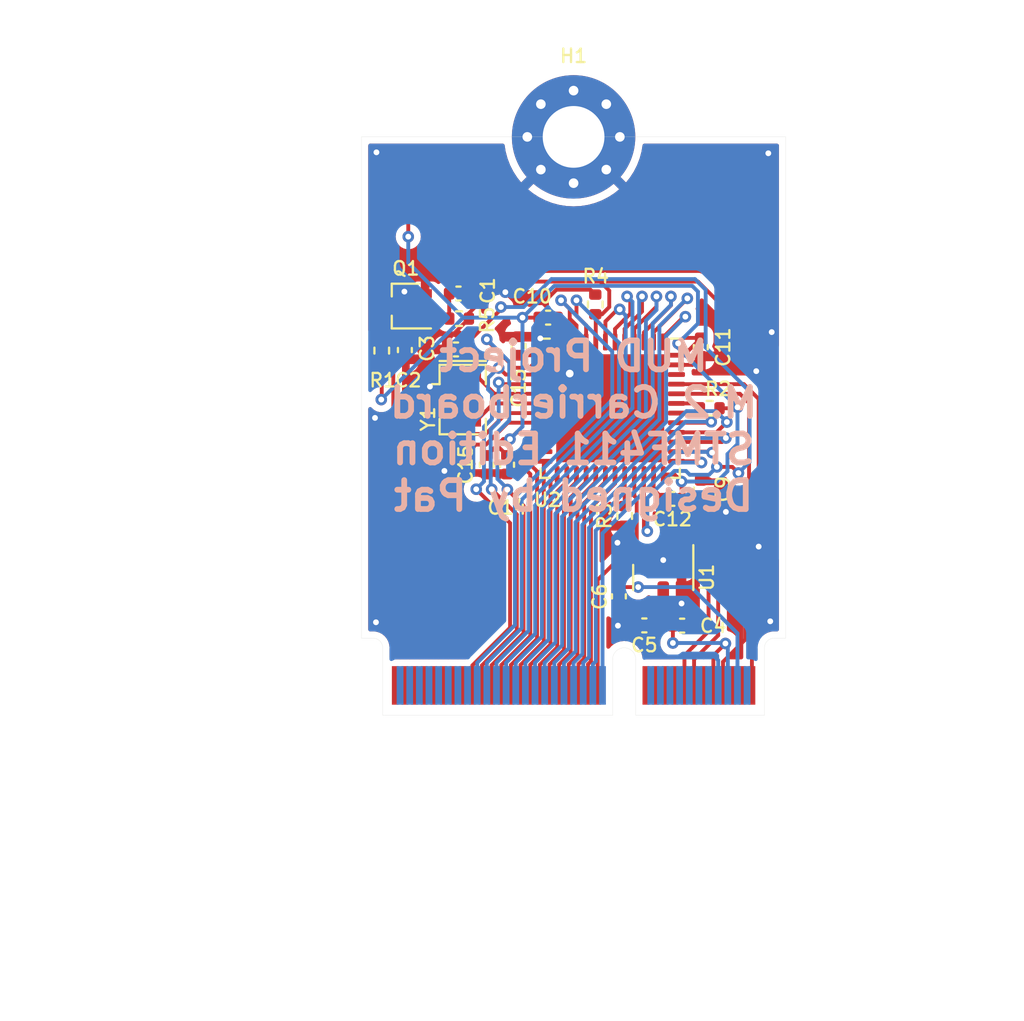
<source format=kicad_pcb>
(kicad_pcb (version 20211014) (generator pcbnew)
  (layers (0 "F.Cu" signal) (31 "B.Cu" signal) (34 "B.Paste" user) (35 "F.Paste" user) (36 "B.SilkS" user "B.Silkscreen") (37 "F.SilkS" user "F.Silkscreen") (38 "B.Mask" user) (39 "F.Mask" user) (44 "Edge.Cuts" user))
  (net 0 "")
  (net 1 "Net-(C1-Pad1)")
  (net 2 "BOOT0")
  (net 3 "GND")
  (net 4 "RES")
  (net 5 "/vcap")
  (net 6 "+5V")
  (net 7 "+3V3")
  (net 9 "USB-D+")
  (net 10 "USB-D-")
  (net 12 "PA10")
  (net 13 "BOOT1")
  (net 14 "/osc_in")
  (net 15 "/osc_out")
  (net 16 "/DO NOT USE A9")
  (net 17 "PC13")
  (net 18 "PC14")
  (net 19 "PC15")
  (net 20 "PA0")
  (net 21 "PA1")
  (net 22 "PA2")
  (net 23 "PA3")
  (net 24 "PA4")
  (net 25 "PA5")
  (net 26 "PA6")
  (net 27 "PA7")
  (net 28 "PB0")
  (net 29 "PB1")
  (net 30 "PB10")
  (net 31 "PB12")
  (net 32 "PB13")
  (net 33 "PB14")
  (net 34 "PB15")
  (net 35 "PA8")
  (net 36 "PA15")
  (net 37 "PB3")
  (net 38 "PB4")
  (net 39 "PB5")
  (net 40 "PB6")
  (net 41 "PB7")
  (net 42 "PB8")
  (net 43 "PB9")
  (net 65 "PA13")
  (net 66 "PA14")
  (footprint "Package_TO_SOT_SMD:SOT-323_SC-70" (layer "F.Cu") (at 2.3 8.775 180)
    (fp_text reference "Q1")
    (fp_text value "2N7002")
  )
  (footprint "Resistor_SMD:R_0402_1005Metric" (layer "F.Cu") (at 1.049999 11.085 90)
    (fp_text reference "R1")
    (fp_text value "10k")
  )
  (footprint "Capacitor_SMD:C_0402_1005Metric" (layer "F.Cu") (at 6.5 17.005001 -90)
    (fp_text reference "C15")
    (fp_text value "100nF")
  )
  (footprint "Capacitor_SMD:C_0402_1005Metric" (layer "F.Cu") (at 17.6 18.295 90)
    (fp_text reference locked "C9")
    (fp_text value "4.7uF")
  )
  (footprint "Resistor_SMD:R_0402_1005Metric" (layer "F.Cu") (at 5.06 9.425)
    (fp_text reference "R5")
    (fp_text value "100k")
  )
  (footprint "Capacitor_SMD:C_0402_1005Metric" (layer "F.Cu") (at 14.67 25.3375 180)
    (fp_text reference "C5")
    (fp_text value "1uF")
  )
  (footprint "m2ngff:m2-padKeyE" (layer "F.Cu") (at 11 30)
    (fp_text reference "M1" hide)
    (fp_text value "M.2_Key_E")
    (fp_line (start 9.9 0) (end 9.9 -3.5) (layer "Edge.Cuts") (width 0.01))
    (fp_line (start -11 -4) (end -10.4 -4) (layer "Edge.Cuts") (width 0.01))
    (fp_line (start -9.9 0) (end -9.9 -3.5) (layer "Edge.Cuts") (width 0.01))
    (fp_line (start 9.9 0) (end 3.225 0) (layer "Edge.Cuts") (width 0.01))
    (fp_line (start 3.225 0) (end 3.225 -2.9) (layer "Edge.Cuts") (width 0.01))
    (fp_line (start 2.025 0) (end 2.025 -2.9) (layer "Edge.Cuts") (width 0.01))
    (fp_line (start -9.9 0) (end 2.025 0) (layer "Edge.Cuts") (width 0.01))
    (fp_line (start 11 -4) (end 10.4 -4) (layer "Edge.Cuts") (width 0.01))
    (fp_arc (start 2.025 -2.9) (mid 2.625 -3.5) (end 3.225 -2.9) (layer "Edge.Cuts") (width 0.01))
    (fp_arc (start -10.4 -4) (mid -10.046447 -3.853553) (end -9.9 -3.5) (layer "Edge.Cuts") (width 0.01))
    (fp_arc (start 9.9 -3.5) (mid 10.046447 -3.853553) (end 10.4 -4) (layer "Edge.Cuts") (width 0.01))
  )
  (footprint "LogoSmall:tt_4mm" (layer "F.Cu") (at 18.5 3.5)
    (fp_text reference "L1" hide)
    (fp_text value "TapTap Logo" hide)
  )
  (footprint "Capacitor_SMD:C_0402_1005Metric" (layer "F.Cu") (at 5.03 8.125)
    (fp_text reference "C1")
    (fp_text value "4.7uF")
  )
  (footprint "Capacitor_SMD:C_0402_1005Metric" (layer "F.Cu") (at 8.15 10.845 90)
    (fp_text reference "C13")
    (fp_text value "100nF")
  )
  (footprint "Resistor_SMD:R_0402_1005Metric" (layer "F.Cu") (at 13.649999 19.66 -90)
    (fp_text reference "R3")
    (fp_text value "10k")
  )
  (footprint "Capacitor_SMD:C_0402_1005Metric" (layer "F.Cu") (at 13.35 23.83 -90)
    (fp_text reference "C6")
    (fp_text value "1uF")
  )
  (footprint "Capacitor_SMD:C_0402_1005Metric" (layer "F.Cu") (at 9.679999 9.375)
    (fp_text reference "C10")
    (fp_text value "100nF")
  )
  (footprint "Capacitor_SMD:C_0402_1005Metric" (layer "F.Cu") (at 17.599999 10.905 -90)
    (fp_text reference "C11")
    (fp_text value "100nF")
  )
  (footprint "Package_DFN_QFN:QFN-48-1EP_7x7mm_P0.5mm_EP5.6x5.6mm" (layer "F.Cu") (at 12.9 14.075)
    (fp_text reference "U2")
    (fp_text value "STM32F411CCUx")
  )
  (footprint "Crystal:Resonator_SMD_Murata_CSTxExxV-3Pin_3.0x1.1mm" (layer "F.Cu") (at 5.25 13.625 -90)
    (fp_text reference "Y1")
    (fp_text value "16 MHz")
  )
  (footprint "Capacitor_SMD:C_0402_1005Metric" (layer "F.Cu") (at 7.55 17.005 -90)
    (fp_text reference "C14")
    (fp_text value "1uF")
  )
  (footprint "Capacitor_SMD:C_0402_1005Metric" (layer "F.Cu") (at 4.9 11.025 180)
    (fp_text reference "C3")
    (fp_text value "4.7uF")
  )
  (footprint "Resistor_SMD:R_0402_1005Metric" (layer "F.Cu") (at 18.06 14.075 180)
    (fp_text reference "R2")
    (fp_text value "100k")
  )
  (footprint "Capacitor_SMD:C_0402_1005Metric" (layer "F.Cu") (at 16.12 18.775 180)
    (fp_text reference "C12")
    (fp_text value "100nF")
  )
  (footprint "MountingHole:MountingHole_3.2mm_M3_Pad_Via" (layer "F.Cu") (at 11 0)
    (fp_text reference "H1")
    (fp_text value "MountingHole_Pad")
  )
  (footprint "Capacitor_SMD:C_0402_1005Metric" (layer "F.Cu") (at 2.25 11.055 90)
    (fp_text reference "C2")
    (fp_text value "470nF")
  )
  (footprint "Resistor_SMD:R_0402_1005Metric" (layer "F.Cu") (at 12.124999 8.69 90)
    (fp_text reference "R4")
    (fp_text value "10k")
  )
  (footprint "LogoSmall:LogoSmall" (layer "F.Cu") (at 3.875 3.5)
    (fp_text reference "SW1" hide)
    (fp_text value "RESET" hide)
  )
  (footprint "Capacitor_SMD:C_0402_1005Metric" (layer "F.Cu") (at 16.63 25.35)
    (fp_text reference "C4")
    (fp_text value "4.7uF")
  )
  (footprint "Package_TO_SOT_SMD:SOT-23" (layer "F.Cu") (at 15.65 22.85 -90)
    (fp_text reference "U1")
    (fp_text value "XC6206P332MR")
  )
  (gr_line locked (start 22 0) (end 0 0) (layer "Edge.Cuts") (width 0.01))
  (gr_line locked (start 22 26) (end 22 0) (layer "Edge.Cuts") (width 0.01))
  (gr_line locked (start 0 26) (end 0 0) (layer "Edge.Cuts") (width 0.01))
  (gr_text "MUD Project\nM.2 Carrierboard\nSTMF411 Edition\nDesigned by Pat" (at 11 15) (layer "B.SilkS") (effects (font (size 1.5 1.5) (thickness 0.3)) (justify mirror)))
  (segment (start 4.55 8.125) (end 4.55 9.425) (width 0.2) (layer "F.Cu") (net 1))
  (segment (start 4.55 9.425) (end 3.3 9.425) (width 0.2) (layer "F.Cu") (net 1))
  (segment (start 4.875 3.6) (end 6.13 4.855) (width 0.2) (layer "F.Cu") (net 2))
  (segment (start 12.85 7.975) (end 12.85 8.825) (width 0.2) (layer "F.Cu") (net 2))
  (segment (start 5.51 8.125) (end 6.13 7.505) (width 0.2) (layer "F.Cu") (net 2))
  (segment (start 12.38 7.505) (end 17.455 7.505) (width 0.2) (layer "F.Cu") (net 2))
  (segment (start 17.455 7.505) (end 21.30002 11.35002) (width 0.2) (layer "F.Cu") (net 2))
  (segment (start 21.30002 21.42498) (end 20.25 22.475) (width 0.2) (layer "F.Cu") (net 2))
  (segment (start 12.85 8.825) (end 12.475 9.2) (width 0.2) (layer "F.Cu") (net 2))
  (segment (start 12.475 9.2) (end 12.124999 9.2) (width 0.2) (layer "F.Cu") (net 2))
  (segment (start 12.149999 10.6375) (end 12.149999 9.2) (width 0.2) (layer "F.Cu") (net 2))
  (segment (start 20.25 22.475) (end 20.25 28.45) (width 0.2) (layer "F.Cu") (net 2))
  (segment (start 6.13 4.855) (end 6.13 7.505) (width 0.2) (layer "F.Cu") (net 2))
  (segment (start 21.30002 11.35002) (end 21.30002 21.42498) (width 0.2) (layer "F.Cu") (net 2))
  (segment (start 12.38 7.505) (end 12.85 7.975) (width 0.2) (layer "F.Cu") (net 2))
  (segment (start 6.13 7.505) (end 12.38 7.505) (width 0.2) (layer "F.Cu") (net 2))
  (segment (start 14.09 26.13) (end 14.09 26.12) (width 0.2) (layer "F.Cu") (net 3))
  (segment (start 17.159999 11.825) (end 16.337499 11.824999) (width 0.2) (layer "F.Cu") (net 3))
  (segment (start 20.65 21.25) (end 20.9505 20.9495) (width 0.2) (layer "F.Cu") (net 3))
  (segment (start 20.6 21.25) (end 20.65 21.25) (width 0.2) (layer "F.Cu") (net 3))
  (segment (start 10.159999 9.375) (end 9.409999 8.625) (width 0.2) (layer "F.Cu") (net 3))
  (segment (start 19.900481 26.074519) (end 19.900481 22.330223) (width 0.2) (layer "F.Cu") (net 3))
  (segment (start 4.42 10.575) (end 5.57 9.425) (width 0.2) (layer "F.Cu") (net 3))
  (segment (start 10.10951 7.925489) (end 9.409999 8.625) (width 0.2) (layer "F.Cu") (net 3))
  (segment (start 17.599999 11.384999) (end 17.159999 11.825) (width 0.2) (layer "F.Cu") (net 3))
  (segment (start 4 12.824022) (end 4.800978 13.625) (width 0.2) (layer "F.Cu") (net 3))
  (segment (start 4.42 11.025) (end 4 11.445) (width 0.2) (layer "F.Cu") (net 3))
  (segment (start 20.9505 12.6255) (end 20.475 12.15) (width 0.2) (layer "F.Cu") (net 3))
  (segment (start 19.900481 22.330223) (end 20.6 21.630704) (width 0.2) (layer "F.Cu") (net 3))
  (segment (start 16.337499 11.824999) (end 15.15 11.825) (width 0.2) (layer "F.Cu") (net 3))
  (segment (start 16.6 24.2) (end 17.11 24.71) (width 0.2) (layer "F.Cu") (net 3))
  (segment (start 20.9505 20.9495) (end 20.9505 12.6255) (width 0.2) (layer "F.Cu") (net 3))
  (segment (start 18.465 17.815) (end 17.6 17.815) (width 0.2) (layer "F.Cu") (net 3))
  (segment (start 17.11 24.71) (end 17.11 25.35) (width 0.2) (layer "F.Cu") (net 3))
  (segment (start 11.870488 7.925489) (end 10.10951 7.925489) (width 0.2) (layer "F.Cu") (net 3))
  (segment (start 16.6 21.9125) (end 16.6 24.2) (width 0.2) (layer "F.Cu") (net 3))
  (segment (start 20.6 21.630704) (end 20.6 21.25) (width 0.2) (layer "F.Cu") (net 3))
  (segment (start 5.57 9.145) (end 5.57 9.425) (width 0.2) (layer "F.Cu") (net 3))
  (segment (start 15.149999 17.5125) (end 15.149999 18.285) (width 0.2) (layer "F.Cu") (net 3))
  (segment (start 15.149999 18.285) (end 15.639998 18.774999) (width 0.2) (layer "F.Cu") (net 3))
  (segment (start 14.09 26.12) (end 13.99 26.02) (width 0.2) (layer "F.Cu") (net 3))
  (segment (start 18.9 19.45) (end 18.9 18.25) (width 0.2) (layer "F.Cu") (net 3))
  (segment (start 8.0305 8.625) (end 7.46 8.0545) (width 0.2) (layer "F.Cu") (net 3))
  (segment (start 4 11.445) (end 4 12.824022) (width 0.2) (layer "F.Cu") (net 3))
  (segment (start 10.25 14.825) (end 9.462499 14.825) (width 0.2) (layer "F.Cu") (net 3))
  (segment (start 15.149999 17.5125) (end 15.15 16.325) (width 0.2) (layer "F.Cu") (net 3))
  (segment (start 8.685 8.625) (end 9.409999 8.625) (width 0.2) (layer "F.Cu") (net 3))
  (segment (start 6.43 8.285) (end 5.57 9.145) (width 0.2) (layer "F.Cu") (net 3))
  (segment (start 9.4625 14.825) (end 7.589296 14.825) (width 0.2) (layer "F.Cu") (net 3))
  (segment (start 13.99 26.02) (end 13.67 26.02) (width 0.2) (layer "F.Cu") (net 3))
  (segment (start 12.124999 8.18) (end 11.870488 7.925489) (width 0.2) (layer "F.Cu") (net 3))
  (segment (start 13.649999 20.675001) (end 13.649999 20.17) (width 0.2) (layer "F.Cu") (net 3))
  (segment (start 6.454296 15.96) (end 5.72 15.96) (width 0.2) (layer "F.Cu") (net 3))
  (segment (start 18.75 27.225) (end 19.900481 26.074519) (width 0.2) (layer "F.Cu") (net 3))
  (segment (start 8.0305 8.625) (end 8.685 8.625) (width 0.2) (layer "F.Cu") (net 3))
  (segment (start 4.42 11.025) (end 4.42 10.575) (width 0.2) (layer "F.Cu") (net 3))
  (segment (start 18.9 18.25) (end 18.465 17.815) (width 0.2) (layer "F.Cu") (net 3))
  (segment (start 7.589296 14.825) (end 6.454296 15.96) (width 0.2) (layer "F.Cu") (net 3))
  (segment (start 13.275 21.05) (end 13.649999 20.675001) (width 0.2) (layer "F.Cu") (net 3))
  (segment (start 10.649999 10.6375) (end 10.649999 9.865) (width 0.2) (layer "F.Cu") (net 3))
  (segment (start 10.649999 10.6375) (end 10.649999 11.825) (width 0.2) (layer "F.Cu") (net 3))
  (segment (start 10.649999 9.865) (end 10.159999 9.375) (width 0.2) (layer "F.Cu") (net 3))
  (segment (start 18.75 28.45) (end 18.75 27.225) (width 0.2) (layer "F.Cu") (net 3))
  (via (at 0.775 0.8) (size 0.6) (drill 0.3) (layers "F.Cu" "B.Cu") (net 3))
  (via (at 0.75 25.175) (size 0.6) (drill 0.3) (layers "F.Cu" "B.Cu") (net 3))
  (via (at 20.6 21.25) (size 0.6) (drill 0.3) (layers "F.Cu" "B.Cu") (net 3))
  (via (at 15.65 21.95) (size 0.6) (drill 0.3) (layers "F.Cu" "B.Cu") (net 3))
  (via (at 0.7 14.575) (size 0.6) (drill 0.3) (layers "F.Cu" "B.Cu") (net 3))
  (via (at 21.275 10.125) (size 0.6) (drill 0.3) (layers "F.Cu" "B.Cu") (net 3))
  (via (at 18.9 19.45) (size 0.6) (drill 0.3) (layers "F.Cu" "B.Cu") (net 3))
  (via (at 21.2 25.125) (size 0.6) (drill 0.3) (layers "F.Cu" "B.Cu") (net 3))
  (via (at 16.6 24.2) (size 0.6) (drill 0.3) (layers "F.Cu" "B.Cu") (net 3))
  (via (at 4.3 17.325) (size 0.6) (drill 0.3) (layers "F.Cu" "B.Cu") (net 3))
  (via (at 7.46 8.0545) (size 0.6) (drill 0.3) (layers "F.Cu" "B.Cu") (net 3))
  (via (at 13.275 21.05) (size 0.6) (drill 0.3) (layers "F.Cu" "B.Cu") (net 3))
  (via (at 2.225 8.025) (size 0.6) (drill 0.3) (layers "F.Cu" "B.Cu") (net 3))
  (via (at 21.1 0.85) (size 0.6) (drill 0.3) (layers "F.Cu" "B.Cu") (net 3))
  (via (at 10.8 12.275) (size 0.8) (drill 0.4) (layers "F.Cu" "B.Cu") (net 3))
  (via (at 9.275 10.45) (size 0.6) (drill 0.3) (layers "F.Cu" "B.Cu") (net 3))
  (via (at 13.3 25.35) (size 0.6) (drill 0.3) (layers "F.Cu" "B.Cu") (net 3))
  (via (at 3.55 12.95) (size 0.6) (drill 0.3) (layers "F.Cu" "B.Cu") (net 3))
  (via (at 20.475 12.15) (size 0.6) (drill 0.3) (layers "F.Cu" "B.Cu") (net 3))
  (segment (start 18.3 26.95) (end 15.7 26.95) (width 0.2) (layer "B.Cu") (net 3))
  (segment (start 18.5 27.15) (end 18.3 26.95) (width 0.2) (layer "B.Cu") (net 3))
  (segment (start 15.7 26.95) (end 15.625 26.875) (width 0.2) (layer "B.Cu") (net 3))
  (segment (start 18.5 28.45) (end 18.5 27.15) (width 0.2) (layer "B.Cu") (net 3))
  (segment (start 2.885 15.41) (end 6.44 15.41) (width 0.2) (layer "F.Cu") (net 4))
  (segment (start 1.649999 9.974999) (end 1.3 9.625) (width 0.2) (layer "F.Cu") (net 4))
  (segment (start 1.649999 9.974999) (end 1.049998 10.575) (width 0.2) (layer "F.Cu") (net 4))
  (segment (start 6.44 15.41) (end 7.525 14.325) (width 0.2) (layer "F.Cu") (net 4))
  (segment (start 7.525 14.325) (end 9.4625 14.325) (width 0.2) (layer "F.Cu") (net 4))
  (segment (start 1.649999 9.974999) (end 1.649999 14.174999) (width 0.2) (layer "F.Cu") (net 4))
  (segment (start 1.3 9.625) (end 1.3 8.775) (width 0.2) (layer "F.Cu") (net 4))
  (segment (start 1.649999 14.174999) (end 2.885 15.41) (width 0.2) (layer "F.Cu") (net 4))
  (segment (start 1.649999 9.974999) (end 2.25 10.575) (width 0.2) (layer "F.Cu") (net 4))
  (segment (start 7.23 8.945) (end 7.23 8.825499) (width 0.2) (layer "F.Cu") (net 5))
  (segment (start 19.231944 17.116444) (end 19.5505 17.435) (width 0.2) (layer "F.Cu") (net 5))
  (segment (start 18.431444 17.116444) (end 19.231944 17.116444) (width 0.2) (layer "F.Cu") (net 5))
  (segment (start 5.38 11.025) (end 5.38 10.795) (width 0.2) (layer "F.Cu") (net 5))
  (segment (start 14.65 20.2755) (end 14.65 17.5125) (width 0.2) (layer "F.Cu") (net 5))
  (segment (start 5.38 10.795) (end 7.23 8.945) (width 0.2) (layer "F.Cu") (net 5))
  (segment (start 14.8245 20.45) (end 14.65 20.2755) (width 0.2) (layer "F.Cu") (net 5))
  (via (at 18.431444 17.116444) (size 0.6) (drill 0.3) (layers "F.Cu" "B.Cu") (net 5))
  (via (at 7.23 8.825499) (size 0.6) (drill 0.3) (layers "F.Cu" "B.Cu") (net 5))
  (via (at 14.8245 20.45) (size 0.6) (drill 0.3) (layers "F.Cu" "B.Cu") (net 5))
  (via (at 19.5505 17.435) (size 0.6) (drill 0.3) (layers "F.Cu" "B.Cu") (net 5))
  (segment (start 14.8245 20.45) (end 14.8245 18.730501) (width 0.2) (layer "B.Cu") (net 5))
  (segment (start 20.13 16.8555) (end 20.13 13.202874) (width 0.2) (layer "B.Cu") (net 5))
  (segment (start 17.295264 7.375969) (end 9.854733 7.37597) (width 0.2) (layer "B.Cu") (net 5))
  (segment (start 19.5505 17.435) (end 20.13 16.8555) (width 0.2) (layer "B.Cu") (net 5))
  (segment (start 18.022408 17.52548) (end 18.431444 17.116444) (width 0.2) (layer "B.Cu") (net 5))
  (segment (start 17.85 10.922874) (end 17.85 7.930705) (width 0.2) (layer "B.Cu") (net 5))
  (segment (start 17.85 7.930705) (end 17.295264 7.375969) (width 0.2) (layer "B.Cu") (net 5))
  (segment (start 14.8245 18.730501) (end 16.229512 17.325489) (width 0.2) (layer "B.Cu") (net 5))
  (segment (start 8.405204 8.825499) (end 7.23 8.825499) (width 0.2) (layer "B.Cu") (net 5))
  (segment (start 16.229512 17.325489) (end 16.827616 17.325489) (width 0.2) (layer "B.Cu") (net 5))
  (segment (start 16.827616 17.325489) (end 17.027607 17.52548) (width 0.2) (layer "B.Cu") (net 5))
  (segment (start 9.854733 7.37597) (end 8.405204 8.825499) (width 0.2) (layer "B.Cu") (net 5))
  (segment (start 17.027607 17.52548) (end 18.022408 17.52548) (width 0.2) (layer "B.Cu") (net 5))
  (segment (start 20.13 13.202874) (end 17.85 10.922874) (width 0.2) (layer "B.Cu") (net 5))
  (segment (start 16.15 26.25) (end 16.15 25.35) (width 0.2) (layer "F.Cu") (net 6))
  (segment (start 15.65 23.7875) (end 15.65 24.8375) (width 0.2) (layer "F.Cu") (net 6))
  (segment (start 18.875 26.275) (end 18.25 26.9) (width 0.2) (layer "F.Cu") (net 6))
  (segment (start 15.15 25.3375) (end 15.65 24.8375) (width 0.2) (layer "F.Cu") (net 6))
  (segment (start 16.15 25.35) (end 15.1625 25.35) (width 0.2) (layer "F.Cu") (net 6))
  (segment (start 18.25 26.9) (end 18.25 28.45) (width 0.2) (layer "F.Cu") (net 6))
  (via (at 16.15 26.25) (size 0.6) (drill 0.3) (layers "F.Cu" "B.Cu") (net 6))
  (via (at 18.875 26.275) (size 0.6) (drill 0.3) (layers "F.Cu" "B.Cu") (net 6))
  (segment (start 18.85 26.25) (end 16.15 26.25) (width 0.2) (layer "B.Cu") (net 6))
  (segment (start 18.875 26.275) (end 19 26.4) (width 0.2) (layer "B.Cu") (net 6))
  (segment (start 19 26.4) (end 19 28.45) (width 0.2) (layer "B.Cu") (net 6))
  (segment (start 18.875 26.275) (end 18.85 26.25) (width 0.2) (layer "B.Cu") (net 6))
  (segment (start 18.57 14.075) (end 19.449999 14.075) (width 0.2) (layer "F.Cu") (net 7))
  (segment (start 9.4625 11.325) (end 8.150001 11.325) (width 0.2) (layer "F.Cu") (net 7))
  (segment (start 14.7 21.675) (end 17.6 18.775) (width 0.2) (layer "F.Cu") (net 7))
  (segment (start 16.6 17.875) (end 16.2375 17.5125) (width 0.2) (layer "F.Cu") (net 7))
  (segment (start 16.705 10.425) (end 17.62 10.425) (width 0.2) (layer "F.Cu") (net 7))
  (segment (start 19.449999 14.075) (end 19.499999 14.025) (width 0.2) (layer "F.Cu") (net 7))
  (segment (start 17.6 18.775) (end 16.6 18.775) (width 0.2) (layer "F.Cu") (net 7))
  (segment (start 2.425 3.3) (end 2.425 5.175) (width 0.2) (layer "F.Cu") (net 7))
  (segment (start 7.7 15.675) (end 8.049999 15.325001) (width 0.2) (layer "F.Cu") (net 7))
  (segment (start 1.049999 11.595) (end 1.049999 13.600001) (width 0.2) (layer "F.Cu") (net 7))
  (segment (start 17.62 10.425) (end 16.72 11.325) (width 0.2) (layer "F.Cu") (net 7))
  (segment (start 7.7 15.675) (end 7.35 15.675) (width 0.2) (layer "F.Cu") (net 7))
  (segment (start 10.15 10.6375) (end 9.4625 11.325) (width 0.2) (layer "F.Cu") (net 7))
  (segment (start 8.049999 15.325001) (end 9.462499 15.325001) (width 0.2) (layer "F.Cu") (net 7))
  (segment (start 7.35 15.675) (end 7.025 16) (width 0.2) (layer "F.Cu") (net 7))
  (segment (start 16.599999 18.775) (end 16.6 17.875) (width 0.2) (layer "F.Cu") (net 7))
  (segment (start 9.199999 9.375) (end 10.149999 10.325) (width 0.2) (layer "F.Cu") (net 7))
  (segment (start 16.2375 17.5125) (end 15.649999 17.5125) (width 0.2) (layer "F.Cu") (net 7))
  (segment (start 7.025 16) (end 6.5 16.524999) (width 0.2) (layer "F.Cu") (net 7))
  (segment (start 7.549999 16.525) (end 7.025 16) (width 0.2) (layer "F.Cu") (net 7))
  (segment (start 14.35 23.35) (end 13.35 23.35) (width 0.2) (layer "F.Cu") (net 7))
  (segment (start 1.049999 13.600001) (end 1.025 13.625) (width 0.2) (layer "F.Cu") (net 7))
  (segment (start 9.199999 9.375) (end 8.35 9.374999) (width 0.2) (layer "F.Cu") (net 7))
  (segment (start 16.42 10.71) (end 16.705 10.425) (width 0.2) (layer "F.Cu") (net 7))
  (segment (start 13.35 23.2625) (end 14.7 21.9125) (width 0.2) (layer "F.Cu") (net 7))
  (segment (start 16.72 11.325) (end 16.337499 11.325) (width 0.2) (layer "F.Cu") (net 7))
  (via (at 16.42 10.71) (size 0.6) (drill 0.3) (layers "F.Cu" "B.Cu") (net 7))
  (via (at 19.499999 14.025) (size 0.6) (drill 0.3) (layers "F.Cu" "B.Cu") (net 7))
  (via (at 8.35 9.374999) (size 0.6) (drill 0.3) (layers "F.Cu" "B.Cu") (net 7))
  (via (at 16.6 17.875) (size 0.6) (drill 0.3) (layers "F.Cu" "B.Cu") (net 7))
  (via (at 7.7 15.675) (size 0.6) (drill 0.3) (layers "F.Cu" "B.Cu") (net 7))
  (via (at 1.025 13.625) (size 0.6) (drill 0.3) (layers "F.Cu" "B.Cu") (net 7))
  (via (at 2.425 5.175) (size 0.6) (drill 0.3) (layers "F.Cu" "B.Cu") (net 7))
  (via (at 14.35 23.35) (size 0.6) (drill 0.3) (layers "F.Cu" "B.Cu") (net 7))
  (segment (start 5.275001 9.374999) (end 8.35 9.374999) (width 0.2) (layer "B.Cu") (net 7))
  (segment (start 16.42 10.945001) (end 19.499999 14.025) (width 0.2) (layer "B.Cu") (net 7))
  (segment (start 19.499999 15.935001) (end 18.980955 16.454045) (width 0.2) (layer "B.Cu") (net 7))
  (segment (start 17.150489 7.725489) (end 9.99951 7.725489) (width 0.2) (layer "B.Cu") (net 7))
  (segment (start 18.980955 16.454045) (end 18.980955 17.34406) (width 0.2) (layer "B.Cu") (net 7))
  (segment (start 1.025 13.625) (end 5.275001 9.374999) (width 0.2) (layer "B.Cu") (net 7))
  (segment (start 19.5 25.75) (end 19.5 28.45) (width 0.2) (layer "B.Cu") (net 7))
  (segment (start 17.45 8.025) (end 17.150489 7.725489) (width 0.2) (layer "B.Cu") (net 7))
  (segment (start 18.980955 17.34406) (end 18.450016 17.874999) (width 0.2) (layer "B.Cu") (net 7))
  (segment (start 19.29 25.54) (end 19.5 25.75) (width 0.2) (layer "B.Cu") (net 7))
  (segment (start 2.425 6.524998) (end 5.275001 9.374999) (width 0.2) (layer "B.Cu") (net 7))
  (segment (start 9.99951 7.725489) (end 8.35 9.374999) (width 0.2) (layer "B.Cu") (net 7))
  (segment (start 16.42 10.71) (end 16.42 10.945001) (width 0.2) (layer "B.Cu") (net 7))
  (segment (start 19.499999 14.025) (end 19.499999 15.935001) (width 0.2) (layer "B.Cu") (net 7))
  (segment (start 16.42 10.71) (end 17.45 9.68) (width 0.2) (layer "B.Cu") (net 7))
  (segment (start 8.35 15.025) (end 7.7 15.675) (width 0.2) (layer "B.Cu") (net 7))
  (segment (start 19.29 25.54) (end 17.1 23.35) (width 0.2) (layer "B.Cu") (net 7))
  (segment (start 2.425 5.175) (end 2.425 6.524998) (width 0.2) (layer "B.Cu") (net 7))
  (segment (start 8.35 9.374999) (end 8.35 15.025) (width 0.2) (layer "B.Cu") (net 7))
  (segment (start 17.1 23.35) (end 14.35 23.35) (width 0.2) (layer "B.Cu") (net 7))
  (segment (start 17.45 9.68) (end 17.45 8.025) (width 0.2) (layer "B.Cu") (net 7))
  (segment (start 18.450016 17.874999) (end 16.6 17.875) (width 0.2) (layer "B.Cu") (net 7))
  (segment (start 20.6 20.403554) (end 20.6 13.593108) (width 0.2) (layer "F.Cu") (net 9))
  (segment (start 19.831892 12.825) (end 16.3375 12.825) (width 0.2) (layer "F.Cu") (net 9))
  (segment (start 17.25 28.45) (end 17.25 27.103554) (width 0.2) (layer "F.Cu") (net 9))
  (segment (start 17.25 27.103554) (end 18.5 25.853554) (width 0.2) (layer "F.Cu") (net 9))
  (segment (start 18.5 25.853554) (end 18.5 22.503554) (width 0.2) (layer "F.Cu") (net 9))
  (segment (start 18.5 22.503554) (end 20.6 20.403554) (width 0.2) (layer "F.Cu") (net 9))
  (segment (start 20.6 13.593108) (end 19.831892 12.825) (width 0.2) (layer "F.Cu") (net 9))
  (segment (start 20.1 13.800216) (end 19.624784 13.325) (width 0.2) (layer "F.Cu") (net 10))
  (segment (start 20.1 20.196446) (end 20.1 13.800216) (width 0.2) (layer "F.Cu") (net 10))
  (segment (start 16.75 28.45) (end 16.75 26.896446) (width 0.2) (layer "F.Cu") (net 10))
  (segment (start 19.624784 13.325) (end 16.3375 13.325) (width 0.2) (layer "F.Cu") (net 10))
  (segment (start 16.75 26.896446) (end 18 25.646446) (width 0.2) (layer "F.Cu") (net 10))
  (segment (start 18 22.296446) (end 20.1 20.196446) (width 0.2) (layer "F.Cu") (net 10))
  (segment (start 18 25.646446) (end 18 22.296446) (width 0.2) (layer "F.Cu") (net 10))
  (segment (start 17.55 14.075) (end 17.3 13.825) (width 0.2) (layer "F.Cu") (net 12))
  (segment (start 17.3 13.825) (end 16.337499 13.825) (width 0.2) (layer "F.Cu") (net 12))
  (segment (start 13.649999 19.15) (end 13.649999 17.5125) (width 0.2) (layer "F.Cu") (net 13))
  (segment (start 9.4625 13.325) (end 6.9 13.325) (width 0.2) (layer "F.Cu") (net 14))
  (segment (start 6.9 13.325) (end 6 12.425) (width 0.2) (layer "F.Cu") (net 14))
  (segment (start 5.85 14.825) (end 6.85 13.825) (width 0.2) (layer "F.Cu") (net 15))
  (segment (start 6.85 13.825) (end 9.4625 13.825) (width 0.2) (layer "F.Cu") (net 15))
  (segment (start 8.40528 19.13028) (end 8.40528 25.747025) (width 0.2) (layer "F.Cu") (net 17))
  (segment (start 8.72452 11.97548) (end 8.875 11.825) (width 0.2) (layer "F.Cu") (net 17))
  (segment (start 7.939616 11.97548) (end 8.72452 11.97548) (width 0.2) (layer "F.Cu") (net 17))
  (segment (start 6.75 27.402305) (end 6.75 28.45) (width 0.2) (layer "F.Cu") (net 17))
  (segment (start 6.5 10.535864) (end 7.939616 11.97548) (width 0.2) (layer "F.Cu") (net 17))
  (segment (start 7.562858 18.287858) (end 8.40528 19.13028) (width 0.2) (layer "F.Cu") (net 17))
  (segment (start 8.875 11.825) (end 9.4625 11.825) (width 0.2) (layer "F.Cu") (net 17))
  (segment (start 8.40528 25.747025) (end 6.75 27.402305) (width 0.2) (layer "F.Cu") (net 17))
  (segment (start 6.5 10.5) (end 6.5 10.535864) (width 0.2) (layer "F.Cu") (net 17))
  (via (at 7.566374 18.291374) (size 0.6) (drill 0.3) (layers "F.Cu" "B.Cu") (net 17))
  (via (at 6.5 10.5) (size 0.6) (drill 0.3) (layers "F.Cu" "B.Cu") (net 17))
  (segment (start 7.562858 18.247175) (end 7.562858 18.278765) (width 0.2) (layer "B.Cu") (net 17))
  (segment (start 7.663549 11.663549) (end 7.663549 14.711451) (width 0.2) (layer "B.Cu") (net 17))
  (segment (start 7.05 17.734317) (end 7.562858 18.247175) (width 0.2) (layer "B.Cu") (net 17))
  (segment (start 7.663549 14.711451) (end 7.05 15.325) (width 0.2) (layer "B.Cu") (net 17))
  (segment (start 7.05 15.325) (end 7.05 17.734317) (width 0.2) (layer "B.Cu") (net 17))
  (segment (start 6.5 10.5) (end 7.663549 11.663549) (width 0.2) (layer "B.Cu") (net 17))
  (segment (start 7.478713 12.325) (end 9.4625 12.325) (width 0.2) (layer "F.Cu") (net 18))
  (segment (start 7.70624 25.457473) (end 5.75 27.413713) (width 0.2) (layer "F.Cu") (net 18))
  (segment (start 5.75 27.413713) (end 5.75 28.45) (width 0.2) (layer "F.Cu") (net 18))
  (segment (start 7.141663 11.98795) (end 7.478713 12.325) (width 0.2) (layer "F.Cu") (net 18))
  (segment (start 7.70624 20.03124) (end 7.70624 25.457473) (width 0.2) (layer "F.Cu") (net 18))
  (segment (start 7.114049 11.98795) (end 7.141663 11.98795) (width 0.2) (layer "F.Cu") (net 18))
  (segment (start 5.95 18.275) (end 7.70624 20.03124) (width 0.2) (layer "F.Cu") (net 18))
  (via (at 5.95 18.275) (size 0.6) (drill 0.3) (layers "F.Cu" "B.Cu") (net 18))
  (via (at 7.114049 11.98795) (size 0.6) (drill 0.3) (layers "F.Cu" "B.Cu") (net 18))
  (segment (start 6.350962 17.874038) (end 5.95 18.275) (width 0.2) (layer "B.Cu") (net 18))
  (segment (start 6.764518 13.3) (end 6.764518 14.62189) (width 0.2) (layer "B.Cu") (net 18))
  (segment (start 6.564527 12.509836) (end 6.564527 13.100009) (width 0.2) (layer "B.Cu") (net 18))
  (segment (start 6.564527 13.100009) (end 6.764518 13.3) (width 0.2) (layer "B.Cu") (net 18))
  (segment (start 7.086413 11.98795) (end 6.564527 12.509836) (width 0.2) (layer "B.Cu") (net 18))
  (segment (start 6.764518 14.62189) (end 6.350962 15.035446) (width 0.2) (layer "B.Cu") (net 18))
  (segment (start 7.114049 11.98795) (end 7.086413 11.98795) (width 0.2) (layer "B.Cu") (net 18))
  (segment (start 6.350962 15.035446) (end 6.350962 17.874038) (width 0.2) (layer "B.Cu") (net 18))
  (segment (start 8.05576 25.602249) (end 6.25 27.408009) (width 0.2) (layer "F.Cu") (net 19))
  (segment (start 6.75 18.275) (end 8.05576 19.58076) (width 0.2) (layer "F.Cu") (net 19))
  (segment (start 8.05576 19.58076) (end 8.05576 25.602249) (width 0.2) (layer "F.Cu") (net 19))
  (segment (start 6.25 27.408009) (end 6.25 28.45) (width 0.2) (layer "F.Cu") (net 19))
  (segment (start 7.249985 12.825) (end 9.4625 12.825) (width 0.2) (layer "F.Cu") (net 19))
  (segment (start 7.114038 12.737452) (end 7.162437 12.737452) (width 0.2) (layer "F.Cu") (net 19))
  (segment (start 7.162437 12.737452) (end 7.249985 12.825) (width 0.2) (layer "F.Cu") (net 19))
  (via (at 6.75 18.275) (size 0.6) (drill 0.3) (layers "F.Cu" "B.Cu") (net 19))
  (via (at 7.114038 12.737452) (size 0.6) (drill 0.3) (layers "F.Cu" "B.Cu") (net 19))
  (segment (start 6.70048 15.180224) (end 7.114038 14.766666) (width 0.2) (layer "B.Cu") (net 19))
  (segment (start 6.70048 18.148368) (end 6.70048 15.180224) (width 0.2) (layer "B.Cu") (net 19))
  (segment (start 6.813556 18.261444) (end 6.70048 18.148368) (width 0.2) (layer "B.Cu") (net 19))
  (segment (start 7.114038 14.766666) (end 7.114038 12.737452) (width 0.2) (layer "B.Cu") (net 19))
  (segment (start 9.4625 15.825) (end 8.905705 15.825) (width 0.2) (layer "F.Cu") (net 20))
  (segment (start 7.25 27.396601) (end 7.25 28.45) (width 0.2) (layer "F.Cu") (net 20))
  (segment (start 8.7548 17.490358) (end 8.7548 25.891801) (width 0.2) (layer "F.Cu") (net 20))
  (segment (start 8.425961 17.161519) (end 8.7548 17.490358) (width 0.2) (layer "F.Cu") (net 20))
  (segment (start 8.425961 16.304744) (end 8.425961 17.161519) (width 0.2) (layer "F.Cu") (net 20))
  (segment (start 8.905705 15.825) (end 8.425961 16.304744) (width 0.2) (layer "F.Cu") (net 20))
  (segment (start 8.7548 25.891801) (end 7.25 27.396601) (width 0.2) (layer "F.Cu") (net 20))
  (segment (start 9.025 16.325) (end 9.4625 16.325) (width 0.2) (layer "F.Cu") (net 21))
  (segment (start 8.77548 16.57452) (end 9.025 16.325) (width 0.2) (layer "F.Cu") (net 21))
  (segment (start 9.10432 17.345582) (end 8.77548 17.016742) (width 0.2) (layer "F.Cu") (net 21))
  (segment (start 7.75 27.390897) (end 9.10432 26.036577) (width 0.2) (layer "F.Cu") (net 21))
  (segment (start 9.10432 26.036577) (end 9.10432 17.345582) (width 0.2) (layer "F.Cu") (net 21))
  (segment (start 8.77548 17.016742) (end 8.77548 16.57452) (width 0.2) (layer "F.Cu") (net 21))
  (segment (start 7.75 28.45) (end 7.75 27.390897) (width 0.2) (layer "F.Cu") (net 21))
  (segment (start 8.25 27.385193) (end 9.45384 26.181353) (width 0.2) (layer "F.Cu") (net 22))
  (segment (start 8.25 28.45) (end 8.25 27.385193) (width 0.2) (layer "F.Cu") (net 22))
  (segment (start 9.45384 26.181353) (end 9.45384 16.83366) (width 0.2) (layer "F.Cu") (net 22))
  (segment (start 9.80336 17.85914) (end 9.80336 26.326129) (width 0.2) (layer "F.Cu") (net 23))
  (segment (start 8.75 27.379489) (end 8.75 28.45) (width 0.2) (layer "F.Cu") (net 23))
  (segment (start 10.15 17.5125) (end 9.80336 17.85914) (width 0.2) (layer "F.Cu") (net 23))
  (segment (start 9.80336 26.326129) (end 8.75 27.379489) (width 0.2) (layer "F.Cu") (net 23))
  (segment (start 10.15288 26.470905) (end 9.25 27.373785) (width 0.2) (layer "F.Cu") (net 24))
  (segment (start 10.65 17.891262) (end 10.15288 18.388382) (width 0.2) (layer "F.Cu") (net 24))
  (segment (start 10.65 17.5125) (end 10.65 17.891262) (width 0.2) (layer "F.Cu") (net 24))
  (segment (start 10.15288 18.388382) (end 10.15288 26.470905) (width 0.2) (layer "F.Cu") (net 24))
  (segment (start 9.25 27.373785) (end 9.25 28.45) (width 0.2) (layer "F.Cu") (net 24))
  (segment (start 10.5024 18.538862) (end 10.5024 26.615681) (width 0.2) (layer "F.Cu") (net 25))
  (segment (start 11.15 17.891262) (end 10.5024 18.538862) (width 0.2) (layer "F.Cu") (net 25))
  (segment (start 10.5024 26.615681) (end 9.75 27.368081) (width 0.2) (layer "F.Cu") (net 25))
  (segment (start 11.15 17.5125) (end 11.15 17.891262) (width 0.2) (layer "F.Cu") (net 25))
  (segment (start 9.75 27.368081) (end 9.75 28.45) (width 0.2) (layer "F.Cu") (net 25))
  (segment (start 11.65 17.896966) (end 10.85192 18.695047) (width 0.2) (layer "F.Cu") (net 26))
  (segment (start 10.85192 18.695047) (end 10.85192 26.760457) (width 0.2) (layer "F.Cu") (net 26))
  (segment (start 10.85192 26.760457) (end 10.25 27.362377) (width 0.2) (layer "F.Cu") (net 26))
  (segment (start 11.65 17.5125) (end 11.65 17.896966) (width 0.2) (layer "F.Cu") (net 26))
  (segment (start 10.25 27.362377) (end 10.25 28.45) (width 0.2) (layer "F.Cu") (net 26))
  (segment (start 12.15 17.5125) (end 12.15 17.891262) (width 0.2) (layer "F.Cu") (net 27))
  (segment (start 12.15 17.891262) (end 11.20144 18.839822) (width 0.2) (layer "F.Cu") (net 27))
  (segment (start 10.75 27.356673) (end 10.75 28.45) (width 0.2) (layer "F.Cu") (net 27))
  (segment (start 11.20144 26.905233) (end 10.75 27.356673) (width 0.2) (layer "F.Cu") (net 27))
  (segment (start 11.20144 18.839822) (end 11.20144 26.905233) (width 0.2) (layer "F.Cu") (net 27))
  (segment (start 11.55096 27.050009) (end 11.25 27.350969) (width 0.2) (layer "F.Cu") (net 28))
  (segment (start 11.25 27.350969) (end 11.25 28.45) (width 0.2) (layer "F.Cu") (net 28))
  (segment (start 12.65 17.5125) (end 12.65 17.891262) (width 0.2) (layer "F.Cu") (net 28))
  (segment (start 11.550961 18.990301) (end 11.55096 27.050009) (width 0.2) (layer "F.Cu") (net 28))
  (segment (start 12.65 17.891262) (end 11.550961 18.990301) (width 0.2) (layer "F.Cu") (net 28))
  (segment (start 13.15 17.975) (end 11.90048 19.22452) (width 0.2) (layer "F.Cu") (net 29))
  (segment (start 11.90048 19.22452) (end 11.90048 27.200489) (width 0.2) (layer "F.Cu") (net 29))
  (segment (start 11.90048 27.200489) (end 11.75 27.350969) (width 0.2) (layer "F.Cu") (net 29))
  (segment (start 13.15 17.5125) (end 13.15 17.975) (width 0.2) (layer "F.Cu") (net 29))
  (segment (start 11.75 27.350969) (end 11.75 28.45) (width 0.2) (layer "F.Cu") (net 29))
  (segment (start 12.25 22.975) (end 12.25 28.45) (width 0.2) (layer "F.Cu") (net 30))
  (segment (start 14.15 18.625) (end 14.275 18.75) (width 0.2) (layer "F.Cu") (net 30))
  (segment (start 14.15 17.5125) (end 14.15 18.625) (width 0.2) (layer "F.Cu") (net 30))
  (segment (start 14.275 20.95) (end 12.25 22.975) (width 0.2) (layer "F.Cu") (net 30))
  (segment (start 14.275 18.75) (end 14.275 20.95) (width 0.2) (layer "F.Cu") (net 30))
  (segment (start 17.571053 16.825) (end 16.3375 16.825) (width 0.2) (layer "F.Cu") (net 31))
  (segment (start 17.633836 16.887783) (end 17.571053 16.825) (width 0.2) (layer "F.Cu") (net 31))
  (via (at 17.633836 16.887783) (size 0.6) (drill 0.3) (layers "F.Cu" "B.Cu") (net 31))
  (segment (start 16.172922 16.887783) (end 12.5 20.560705) (width 0.2) (layer "B.Cu") (net 31))
  (segment (start 12.5 20.560705) (end 12.5 28.45) (width 0.2) (layer "B.Cu") (net 31))
  (segment (start 17.633836 16.887783) (end 16.172922 16.887783) (width 0.2) (layer "B.Cu") (net 31))
  (segment (start 18.1305 16.325) (end 16.3375 16.325) (width 0.2) (layer "F.Cu") (net 32))
  (segment (start 18.18 16.3745) (end 18.1305 16.325) (width 0.2) (layer "F.Cu") (net 32))
  (via (at 18.18 16.3745) (size 0.6) (drill 0.3) (layers "F.Cu" "B.Cu") (net 32))
  (segment (start 12 27.350969) (end 12 28.45) (width 0.2) (layer "B.Cu") (net 32))
  (segment (start 18.143772 16.338272) (end 16.228137 16.338272) (width 0.2) (layer "B.Cu") (net 32))
  (segment (start 12.15048 20.415929) (end 12.15048 27.200489) (width 0.2) (layer "B.Cu") (net 32))
  (segment (start 16.228137 16.338272) (end 12.15048 20.415929) (width 0.2) (layer "B.Cu") (net 32))
  (segment (start 12.15048 27.200489) (end 12 27.350969) (width 0.2) (layer "B.Cu") (net 32))
  (segment (start 18.18 16.3745) (end 18.143772 16.338272) (width 0.2) (layer "B.Cu") (net 32))
  (segment (start 18.693055 15.825) (end 16.3375 15.825) (width 0.2) (layer "F.Cu") (net 33))
  (segment (start 18.900226 15.617829) (end 18.693055 15.825) (width 0.2) (layer "F.Cu") (net 33))
  (via (at 18.900226 15.617829) (size 0.6) (drill 0.3) (layers "F.Cu" "B.Cu") (net 33))
  (segment (start 11.80096 26.975018) (end 11.5 27.275978) (width 0.2) (layer "B.Cu") (net 33))
  (segment (start 18.900226 15.617829) (end 16.454284 15.617829) (width 0.2) (layer "B.Cu") (net 33))
  (segment (start 11.80096 20.271154) (end 11.80096 26.975018) (width 0.2) (layer "B.Cu") (net 33))
  (segment (start 11.5 27.275978) (end 11.5 28.45) (width 0.2) (layer "B.Cu") (net 33))
  (segment (start 16.454284 15.617829) (end 11.80096 20.271154) (width 0.2) (layer "B.Cu") (net 33))
  (segment (start 18.950499 14.790444) (end 18.415943 15.325) (width 0.2) (layer "F.Cu") (net 34))
  (segment (start 18.415943 15.325) (end 16.3375 15.325) (width 0.2) (layer "F.Cu") (net 34))
  (via (at 18.950499 14.790444) (size 0.6) (drill 0.3) (layers "F.Cu" "B.Cu") (net 34))
  (segment (start 16.857533 14.225989) (end 18.386044 14.225989) (width 0.2) (layer "B.Cu") (net 34))
  (segment (start 10.5 27.287387) (end 11.10192 26.685467) (width 0.2) (layer "B.Cu") (net 34))
  (segment (start 10.5 28.45) (end 10.5 27.287387) (width 0.2) (layer "B.Cu") (net 34))
  (segment (start 11.10192 26.685467) (end 11.101921 19.981601) (width 0.2) (layer "B.Cu") (net 34))
  (segment (start 18.386044 14.225989) (end 18.950499 14.790444) (width 0.2) (layer "B.Cu") (net 34))
  (segment (start 11.101921 19.981601) (end 16.857533 14.225989) (width 0.2) (layer "B.Cu") (net 34))
  (segment (start 18.139416 14.7755) (end 18.089916 14.825) (width 0.2) (layer "F.Cu") (net 35))
  (segment (start 18.089916 14.825) (end 16.3375 14.825) (width 0.2) (layer "F.Cu") (net 35))
  (via (at 18.139416 14.7755) (size 0.6) (drill 0.3) (layers "F.Cu" "B.Cu") (net 35))
  (segment (start 11 28.45) (end 11 27.281683) (width 0.2) (layer "B.Cu") (net 35))
  (segment (start 11.45144 20.126378) (end 16.802318 14.7755) (width 0.2) (layer "B.Cu") (net 35))
  (segment (start 11 27.281683) (end 11.45144 26.830243) (width 0.2) (layer "B.Cu") (net 35))
  (segment (start 11.45144 26.830243) (end 11.45144 20.126378) (width 0.2) (layer "B.Cu") (net 35))
  (segment (start 16.802318 14.7755) (end 18.139416 14.7755) (width 0.2) (layer "B.Cu") (net 35))
  (segment (start 16.9 8.375) (end 16.9 8.385) (width 0.2) (layer "F.Cu") (net 36))
  (segment (start 15.15 10.135) (end 15.15 10.6375) (width 0.2) (layer "F.Cu") (net 36))
  (segment (start 16.9 8.385) (end 15.15 10.135) (width 0.2) (layer "F.Cu") (net 36))
  (via (at 16.9 8.375) (size 0.6) (drill 0.3) (layers "F.Cu" "B.Cu") (net 36))
  (segment (start 10.402881 19.692051) (end 10.402881 26.373097) (width 0.2) (layer "B.Cu") (net 36))
  (segment (start 15.45048 9.813697) (end 15.450481 14.64445) (width 0.2) (layer "B.Cu") (net 36))
  (segment (start 9.5 27.275978) (end 9.5 28.45) (width 0.2) (layer "B.Cu") (net 36))
  (segment (start 16.9 8.375) (end 16.889177 8.375) (width 0.2) (layer "B.Cu") (net 36))
  (segment (start 10.402881 26.373097) (end 9.5 27.275978) (width 0.2) (layer "B.Cu") (net 36))
  (segment (start 16.889177 8.375) (end 15.45048 9.813697) (width 0.2) (layer "B.Cu") (net 36))
  (segment (start 15.450481 14.64445) (end 10.402881 19.692051) (width 0.2) (layer "B.Cu") (net 36))
  (segment (start 16.048245 8.742459) (end 14.65 10.140704) (width 0.2) (layer "F.Cu") (net 37))
  (segment (start 16.048245 8.275) (end 16.048245 8.742459) (width 0.2) (layer "F.Cu") (net 37))
  (segment (start 14.65 10.140704) (end 14.65 10.6375) (width 0.2) (layer "F.Cu") (net 37))
  (via (at 16.048245 8.275) (size 0.6) (drill 0.3) (layers "F.Cu" "B.Cu") (net 37))
  (segment (start 10.053361 19.547276) (end 10.053361 26.222617) (width 0.2) (layer "B.Cu") (net 37))
  (segment (start 10.053361 26.222617) (end 9 27.275978) (width 0.2) (layer "B.Cu") (net 37))
  (segment (start 15.100961 14.499674) (end 10.053361 19.547276) (width 0.2) (layer "B.Cu") (net 37))
  (segment (start 16.048245 8.721636) (end 15.100961 9.66892) (width 0.2) (layer "B.Cu") (net 37))
  (segment (start 15.100961 9.66892) (end 15.100961 14.499674) (width 0.2) (layer "B.Cu") (net 37))
  (segment (start 9 27.275978) (end 9 28.45) (width 0.2) (layer "B.Cu") (net 37))
  (segment (start 16.048245 8.275) (end 16.048245 8.721636) (width 0.2) (layer "B.Cu") (net 37))
  (segment (start 15.298742 8.801977) (end 14.15 9.950719) (width 0.2) (layer "F.Cu") (net 38))
  (segment (start 14.15 9.950719) (end 14.15 10.6375) (width 0.2) (layer "F.Cu") (net 38))
  (segment (start 15.298742 8.304809) (end 15.298742 8.801977) (width 0.2) (layer "F.Cu") (net 38))
  (via (at 15.298742 8.275) (size 0.6) (drill 0.3) (layers "F.Cu" "B.Cu") (net 38))
  (segment (start 9.703841 26.072137) (end 8.5 27.275978) (width 0.2) (layer "B.Cu") (net 38))
  (segment (start 15.298742 8.976843) (end 14.751441 9.524145) (width 0.2) (layer "B.Cu") (net 38))
  (segment (start 14.751442 14.354897) (end 9.703841 19.402501) (width 0.2) (layer "B.Cu") (net 38))
  (segment (start 15.298742 8.275) (end 15.298742 8.976843) (width 0.2) (layer "B.Cu") (net 38))
  (segment (start 14.751441 9.524145) (end 14.751442 14.354897) (width 0.2) (layer "B.Cu") (net 38))
  (segment (start 9.703841 19.402501) (end 9.703841 26.072137) (width 0.2) (layer "B.Cu") (net 38))
  (segment (start 8.5 27.275978) (end 8.5 28.45) (width 0.2) (layer "B.Cu") (net 38))
  (segment (start 14.549144 9.057279) (end 13.762393 9.84403) (width 0.2) (layer "F.Cu") (net 39))
  (segment (start 13.65 9.955) (end 13.65 10.6375) (width 0.2) (layer "F.Cu") (net 39))
  (segment (start 13.76097 9.84403) (end 13.65 9.955) (width 0.2) (layer "F.Cu") (net 39))
  (segment (start 13.762393 9.84403) (end 13.76097 9.84403) (width 0.2) (layer "F.Cu") (net 39))
  (segment (start 14.549144 8.275) (end 14.549144 9.057279) (width 0.2) (layer "F.Cu") (net 39))
  (via (at 14.549144 8.275) (size 0.6) (drill 0.3) (layers "F.Cu" "B.Cu") (net 39))
  (segment (start 9.354321 25.921657) (end 8 27.275978) (width 0.2) (layer "B.Cu") (net 39))
  (segment (start 9.354321 19.257726) (end 9.354321 25.921657) (width 0.2) (layer "B.Cu") (net 39))
  (segment (start 14.549144 8.275) (end 14.401921 8.422223) (width 0.2) (layer "B.Cu") (net 39))
  (segment (start 14.401922 14.210121) (end 9.354321 19.257726) (width 0.2) (layer "B.Cu") (net 39))
  (segment (start 8 27.275978) (end 8 28.45) (width 0.2) (layer "B.Cu") (net 39))
  (segment (start 14.401921 8.422223) (end 14.401922 14.210121) (width 0.2) (layer "B.Cu") (net 39))
  (segment (start 13.616193 9.494511) (end 13.15 9.960704) (width 0.2) (layer "F.Cu") (net 40))
  (segment (start 13.939511 9.172616) (end 13.617617 9.49451) (width 0.2) (layer "F.Cu") (net 40))
  (segment (start 13.617617 9.49451) (end 13.616193 9.494511) (width 0.2) (layer "F.Cu") (net 40))
  (segment (start 13.939511 8.414044) (end 13.939511 9.172616) (width 0.2) (layer "F.Cu") (net 40))
  (segment (start 13.15 9.960704) (end 13.15 10.6375) (width 0.2) (layer "F.Cu") (net 40))
  (segment (start 13.8004 8.274933) (end 13.939511 8.414044) (width 0.2) (layer "F.Cu") (net 40))
  (via (at 13.775 8.275) (size 0.6) (drill 0.3) (layers "F.Cu" "B.Cu") (net 40))
  (segment (start 9.004801 25.771177) (end 7.5 27.275978) (width 0.2) (layer "B.Cu") (net 40))
  (segment (start 14.052401 14.065346) (end 9.004801 19.112946) (width 0.2) (layer "B.Cu") (net 40))
  (segment (start 14.052401 8.552401) (end 14.052401 14.065346) (width 0.2) (layer "B.Cu") (net 40))
  (segment (start 9.004801 19.112946) (end 9.004801 25.771177) (width 0.2) (layer "B.Cu") (net 40))
  (segment (start 13.775 8.275) (end 14.052401 8.552401) (width 0.2) (layer "B.Cu") (net 40))
  (segment (start 7.5 27.275978) (end 7.5 28.45) (width 0.2) (layer "B.Cu") (net 40))
  (segment (start 13.28 8.945) (end 13.39 8.945) (width 0.2) (layer "F.Cu") (net 41))
  (segment (start 12.65 9.575) (end 13.28 8.945) (width 0.2) (layer "F.Cu") (net 41))
  (segment (start 12.65 10.6375) (end 12.65 9.575) (width 0.2) (layer "F.Cu") (net 41))
  (via (at 13.39 8.945) (size 0.6) (drill 0.3) (layers "F.Cu" "B.Cu") (net 41))
  (segment (start 13.702881 13.92057) (end 8.655281 18.968171) (width 0.2) (layer "B.Cu") (net 41))
  (segment (start 13.702881 9.257881) (end 13.702881 13.92057) (width 0.2) (layer "B.Cu") (net 41))
  (segment (start 8.655281 18.968171) (end 8.655281 25.620697) (width 0.2) (layer "B.Cu") (net 41))
  (segment (start 7 27.275978) (end 7 28.45) (width 0.2) (layer "B.Cu") (net 41))
  (segment (start 13.39 8.945) (end 13.702881 9.257881) (width 0.2) (layer "B.Cu") (net 41))
  (segment (start 8.655281 25.620697) (end 7 27.275978) (width 0.2) (layer "B.Cu") (net 41))
  (segment (start 11.15 9.275) (end 11.65 9.775) (width 0.2) (layer "F.Cu") (net 42))
  (segment (start 11.65 9.775) (end 11.65 10.6375) (width 0.2) (layer "F.Cu") (net 42))
  (segment (start 11.15 8.475) (end 11.15 9.275) (width 0.2) (layer "F.Cu") (net 42))
  (via (at 11.15 8.475) (size 0.6) (drill 0.3) (layers "F.Cu" "B.Cu") (net 42))
  (segment (start 6.5 28.45) (end 6.5 27.281682) (width 0.2) (layer "B.Cu") (net 42))
  (segment (start 13.353361 10.678361) (end 11.15 8.475) (width 0.2) (layer "B.Cu") (net 42))
  (segment (start 8.305761 18.823394) (end 13.353361 13.775794) (width 0.2) (layer "B.Cu") (net 42))
  (segment (start 8.305761 25.475921) (end 8.305761 18.823394) (width 0.2) (layer "B.Cu") (net 42))
  (segment (start 6.5 27.281682) (end 8.305761 25.475921) (width 0.2) (layer "B.Cu") (net 42))
  (segment (start 13.353361 13.775794) (end 13.353361 10.678361) (width 0.2) (layer "B.Cu") (net 42))
  (segment (start 10.8 9.425) (end 11.15 9.775) (width 0.2) (layer "F.Cu") (net 43))
  (segment (start 10.8 8.925) (end 10.8 9.425) (width 0.2) (layer "F.Cu") (net 43))
  (segment (start 11.15 9.775) (end 11.15 10.6375) (width 0.2) (layer "F.Cu") (net 43))
  (segment (start 10.35 8.475) (end 10.8 8.925) (width 0.2) (layer "F.Cu") (net 43))
  (via (at 10.35 8.475) (size 0.6) (drill 0.3) (layers "F.Cu" "B.Cu") (net 43))
  (segment (start 7.956241 18.678619) (end 7.956241 25.319737) (width 0.2) (layer "B.Cu") (net 43))
  (segment (start 7.956241 25.319737) (end 6 27.275978) (width 0.2) (layer "B.Cu") (net 43))
  (segment (start 10.35 8.475) (end 13.003841 11.128841) (width 0.2) (layer "B.Cu") (net 43))
  (segment (start 13.003841 11.128841) (end 13.003841 13.631018) (width 0.2) (layer "B.Cu") (net 43))
  (segment (start 13.003841 13.631018) (end 7.956241 18.678619) (width 0.2) (layer "B.Cu") (net 43))
  (segment (start 6 27.275978) (end 6 28.45) (width 0.2) (layer "B.Cu") (net 43))
  (segment (start 16.797748 9.325) (end 16.716304 9.325) (width 0.2) (layer "F.Cu") (net 66))
  (segment (start 16.716304 9.325) (end 15.65 10.391304) (width 0.2) (layer "F.Cu") (net 66))
  (via (at 16.797748 9.325) (size 0.6) (drill 0.3) (layers "F.Cu" "B.Cu") (net 66))
  (segment (start 16.797748 9.325) (end 15.8 10.322748) (width 0.2) (layer "B.Cu") (net 66))
  (segment (start 10 27.275978) (end 10 28.45) (width 0.2) (layer "B.Cu") (net 66))
  (segment (start 15.8 10.322748) (end 15.8 14.789227) (width 0.2) (layer "B.Cu") (net 66))
  (segment (start 15.8 14.789227) (end 10.752401 19.836826) (width 0.2) (layer "B.Cu") (net 66))
  (segment (start 10.752401 19.836826) (end 10.752401 26.523577) (width 0.2) (layer "B.Cu") (net 66))
  (segment (start 10.752401 26.523577) (end 10 27.275978) (width 0.2) (layer "B.Cu") (net 66))
  (zone locked (net 3) (net_name "GND") (layers F&B.Cu) (connect_pads (clearance 0.35)) (min_thickness 0.2) (fill yes (thermal_gap 0.4) (thermal_bridge_width 0.5))
    (polygon (pts (xy 34.375 -6.5) (xy 30.375 45.875) (xy -18.75 39.875) (xy -16.075 -7.1)))
  )
  (zone (net 0) (net_name "") (layers F&B.Cu) (connect_pads (clearance 0)) (min_thickness 0.254)
    (keepout (tracks allowed) (vias allowed) (pads allowed) (copperpour not_allowed) (footprints allowed))
    (fill (thermal_gap 0.508) (thermal_bridge_width 0.508))
    (polygon (pts (xy 22 27.25) (xy 22 30.05) (xy -0.05 30.05) (xy -0.05 27.25)))
  )
)
</source>
